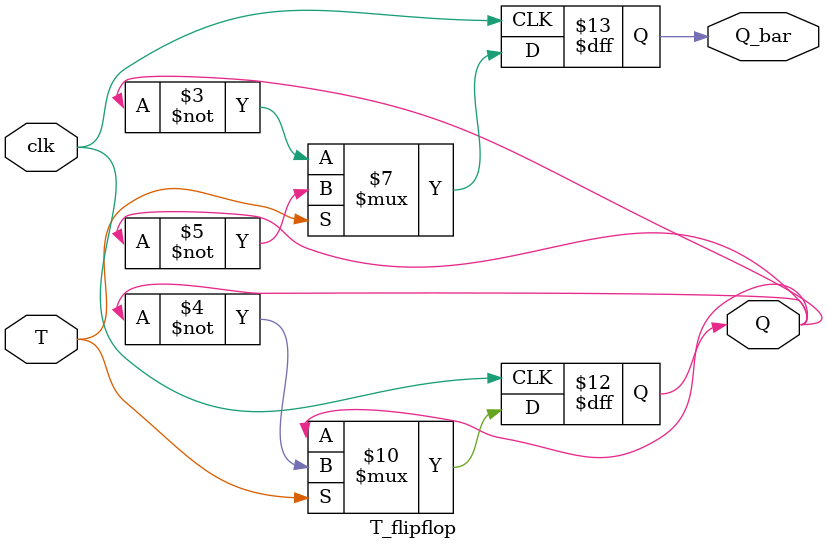
<source format=v>
module T_flipflop(
    input T,
    input clk,
    output reg Q,
    output reg Q_bar
);
    always @(posedge clk) begin
        if (T == 0) begin
            Q <= Q;           // Maintain the same state
            Q_bar <= ~Q;
        end else begin
            Q <= ~Q;          // Toggle state
            Q_bar <= ~Q;
        end
    end
endmodule

</source>
